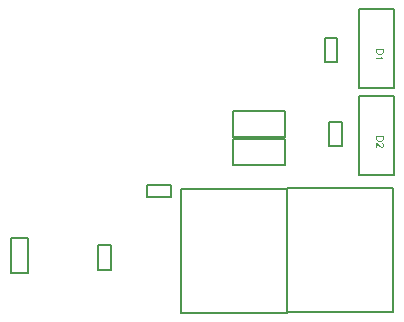
<source format=gbr>
G04*
G04 #@! TF.GenerationSoftware,Altium Limited,Altium Designer,23.3.1 (30)*
G04*
G04 Layer_Color=16711935*
%FSLAX44Y44*%
%MOMM*%
G71*
G04*
G04 #@! TF.SameCoordinates,C21C2CC1-9CAE-44D3-A5A2-357AACA34620*
G04*
G04*
G04 #@! TF.FilePolarity,Positive*
G04*
G01*
G75*
%ADD11C,0.2000*%
G36*
X1311958Y826851D02*
X1311949Y826684D01*
X1311939Y826499D01*
X1311921Y826314D01*
X1311893Y826130D01*
X1311865Y825972D01*
Y825963D01*
X1311856Y825945D01*
Y825917D01*
X1311838Y825880D01*
X1311810Y825778D01*
X1311764Y825649D01*
X1311699Y825501D01*
X1311616Y825344D01*
X1311523Y825186D01*
X1311403Y825039D01*
X1311394Y825029D01*
X1311385Y825020D01*
X1311357Y824992D01*
X1311329Y824955D01*
X1311237Y824863D01*
X1311107Y824752D01*
X1310950Y824632D01*
X1310765Y824502D01*
X1310553Y824382D01*
X1310312Y824280D01*
X1310303D01*
X1310284Y824271D01*
X1310247Y824253D01*
X1310192Y824243D01*
X1310127Y824216D01*
X1310053Y824197D01*
X1309970Y824179D01*
X1309868Y824151D01*
X1309767Y824123D01*
X1309646Y824105D01*
X1309388Y824059D01*
X1309101Y824031D01*
X1308787Y824022D01*
X1308777D01*
X1308759D01*
X1308713D01*
X1308666D01*
X1308602Y824031D01*
X1308528D01*
X1308352Y824040D01*
X1308149Y824068D01*
X1307936Y824096D01*
X1307714Y824142D01*
X1307492Y824197D01*
X1307483D01*
X1307464Y824206D01*
X1307437Y824216D01*
X1307400Y824225D01*
X1307298Y824262D01*
X1307169Y824317D01*
X1307021Y824373D01*
X1306873Y824447D01*
X1306716Y824539D01*
X1306568Y824632D01*
X1306549Y824641D01*
X1306503Y824678D01*
X1306438Y824734D01*
X1306355Y824808D01*
X1306263Y824891D01*
X1306170Y824992D01*
X1306068Y825094D01*
X1305985Y825214D01*
X1305976Y825233D01*
X1305948Y825270D01*
X1305911Y825334D01*
X1305865Y825427D01*
X1305809Y825538D01*
X1305763Y825667D01*
X1305708Y825815D01*
X1305662Y825982D01*
Y826000D01*
X1305652Y826028D01*
X1305643Y826056D01*
X1305634Y826148D01*
X1305615Y826277D01*
X1305597Y826425D01*
X1305578Y826601D01*
X1305569Y826795D01*
X1305560Y827008D01*
Y829310D01*
X1311958D01*
Y826851D01*
D02*
G37*
G36*
X1310377Y822570D02*
X1310395Y822551D01*
X1310405Y822515D01*
X1310432Y822468D01*
X1310460Y822413D01*
X1310497Y822348D01*
X1310589Y822191D01*
X1310691Y822006D01*
X1310821Y821821D01*
X1310968Y821627D01*
X1311126Y821433D01*
X1311135Y821424D01*
X1311144Y821414D01*
X1311172Y821387D01*
X1311200Y821350D01*
X1311292Y821266D01*
X1311403Y821155D01*
X1311532Y821044D01*
X1311680Y820924D01*
X1311828Y820823D01*
X1311986Y820730D01*
Y820222D01*
X1305560D01*
Y821008D01*
X1310562D01*
X1310553Y821017D01*
X1310515Y821063D01*
X1310460Y821118D01*
X1310395Y821211D01*
X1310312Y821313D01*
X1310220Y821442D01*
X1310118Y821590D01*
X1310016Y821756D01*
Y821766D01*
X1310007Y821775D01*
X1309970Y821830D01*
X1309924Y821923D01*
X1309868Y822034D01*
X1309804Y822163D01*
X1309739Y822302D01*
X1309674Y822441D01*
X1309619Y822579D01*
X1310377D01*
Y822570D01*
D02*
G37*
G36*
X1311958Y753191D02*
X1311949Y753024D01*
X1311939Y752839D01*
X1311921Y752654D01*
X1311893Y752470D01*
X1311865Y752312D01*
Y752303D01*
X1311856Y752285D01*
Y752257D01*
X1311838Y752220D01*
X1311810Y752118D01*
X1311764Y751989D01*
X1311699Y751841D01*
X1311616Y751684D01*
X1311523Y751526D01*
X1311403Y751379D01*
X1311394Y751369D01*
X1311385Y751360D01*
X1311357Y751332D01*
X1311329Y751295D01*
X1311237Y751203D01*
X1311107Y751092D01*
X1310950Y750972D01*
X1310765Y750842D01*
X1310553Y750722D01*
X1310312Y750620D01*
X1310303D01*
X1310284Y750611D01*
X1310247Y750593D01*
X1310192Y750583D01*
X1310127Y750556D01*
X1310053Y750537D01*
X1309970Y750519D01*
X1309868Y750491D01*
X1309767Y750463D01*
X1309646Y750445D01*
X1309388Y750399D01*
X1309101Y750371D01*
X1308787Y750362D01*
X1308777D01*
X1308759D01*
X1308713D01*
X1308666D01*
X1308602Y750371D01*
X1308528D01*
X1308352Y750380D01*
X1308149Y750408D01*
X1307936Y750436D01*
X1307714Y750482D01*
X1307492Y750537D01*
X1307483D01*
X1307464Y750546D01*
X1307437Y750556D01*
X1307400Y750565D01*
X1307298Y750602D01*
X1307169Y750658D01*
X1307021Y750713D01*
X1306873Y750787D01*
X1306716Y750879D01*
X1306568Y750972D01*
X1306549Y750981D01*
X1306503Y751018D01*
X1306438Y751074D01*
X1306355Y751148D01*
X1306263Y751231D01*
X1306170Y751332D01*
X1306068Y751434D01*
X1305985Y751554D01*
X1305976Y751573D01*
X1305948Y751610D01*
X1305911Y751674D01*
X1305865Y751767D01*
X1305809Y751878D01*
X1305763Y752007D01*
X1305708Y752155D01*
X1305662Y752322D01*
Y752340D01*
X1305652Y752368D01*
X1305643Y752396D01*
X1305634Y752488D01*
X1305615Y752617D01*
X1305597Y752765D01*
X1305578Y752941D01*
X1305569Y753135D01*
X1305560Y753348D01*
Y755650D01*
X1311958D01*
Y753191D01*
D02*
G37*
G36*
X1305735Y749622D02*
X1305819Y749613D01*
X1305911Y749594D01*
X1306004Y749576D01*
X1306105Y749539D01*
X1306115D01*
X1306124Y749529D01*
X1306179Y749511D01*
X1306263Y749474D01*
X1306373Y749418D01*
X1306503Y749345D01*
X1306651Y749252D01*
X1306799Y749150D01*
X1306956Y749021D01*
X1306965D01*
X1306974Y749003D01*
X1307030Y748956D01*
X1307113Y748873D01*
X1307233Y748753D01*
X1307372Y748614D01*
X1307538Y748438D01*
X1307723Y748226D01*
X1307917Y747995D01*
X1307927Y747986D01*
X1307955Y747949D01*
X1308001Y747893D01*
X1308056Y747828D01*
X1308130Y747745D01*
X1308213Y747643D01*
X1308306Y747542D01*
X1308407Y747421D01*
X1308629Y747190D01*
X1308851Y746959D01*
X1308962Y746848D01*
X1309073Y746747D01*
X1309175Y746654D01*
X1309277Y746580D01*
X1309286D01*
X1309295Y746562D01*
X1309323Y746543D01*
X1309360Y746525D01*
X1309462Y746460D01*
X1309582Y746386D01*
X1309730Y746321D01*
X1309887Y746256D01*
X1310063Y746220D01*
X1310229Y746201D01*
X1310238D01*
X1310247D01*
X1310303Y746210D01*
X1310395Y746220D01*
X1310497Y746247D01*
X1310627Y746284D01*
X1310756Y746349D01*
X1310885Y746432D01*
X1311015Y746543D01*
X1311033Y746562D01*
X1311070Y746608D01*
X1311116Y746673D01*
X1311181Y746774D01*
X1311237Y746904D01*
X1311292Y747052D01*
X1311329Y747227D01*
X1311338Y747421D01*
Y747477D01*
X1311329Y747514D01*
X1311320Y747625D01*
X1311292Y747754D01*
X1311255Y747893D01*
X1311190Y748050D01*
X1311107Y748198D01*
X1310996Y748337D01*
X1310978Y748355D01*
X1310932Y748392D01*
X1310858Y748448D01*
X1310747Y748503D01*
X1310617Y748568D01*
X1310451Y748623D01*
X1310266Y748660D01*
X1310053Y748679D01*
X1310136Y749483D01*
X1310146D01*
X1310173Y749474D01*
X1310220D01*
X1310284Y749465D01*
X1310358Y749446D01*
X1310441Y749428D01*
X1310543Y749400D01*
X1310645Y749372D01*
X1310867Y749298D01*
X1311089Y749187D01*
X1311200Y749123D01*
X1311311Y749040D01*
X1311412Y748956D01*
X1311505Y748864D01*
X1311514Y748855D01*
X1311523Y748836D01*
X1311551Y748808D01*
X1311579Y748762D01*
X1311616Y748707D01*
X1311653Y748642D01*
X1311699Y748568D01*
X1311745Y748475D01*
X1311791Y748374D01*
X1311838Y748263D01*
X1311875Y748143D01*
X1311912Y748013D01*
X1311939Y747875D01*
X1311967Y747727D01*
X1311976Y747569D01*
X1311986Y747403D01*
Y747310D01*
X1311976Y747246D01*
X1311967Y747172D01*
X1311958Y747079D01*
X1311939Y746978D01*
X1311921Y746876D01*
X1311856Y746636D01*
X1311764Y746395D01*
X1311708Y746275D01*
X1311644Y746155D01*
X1311560Y746044D01*
X1311468Y745942D01*
X1311459Y745933D01*
X1311449Y745915D01*
X1311412Y745896D01*
X1311375Y745859D01*
X1311329Y745813D01*
X1311264Y745767D01*
X1311200Y745720D01*
X1311116Y745665D01*
X1310941Y745572D01*
X1310719Y745480D01*
X1310608Y745443D01*
X1310479Y745424D01*
X1310349Y745406D01*
X1310210Y745397D01*
X1310192D01*
X1310146D01*
X1310072Y745406D01*
X1309970Y745415D01*
X1309859Y745434D01*
X1309730Y745471D01*
X1309591Y745508D01*
X1309452Y745563D01*
X1309434Y745572D01*
X1309388Y745591D01*
X1309314Y745628D01*
X1309212Y745683D01*
X1309101Y745757D01*
X1308962Y745850D01*
X1308824Y745961D01*
X1308666Y746090D01*
X1308648Y746109D01*
X1308592Y746155D01*
X1308546Y746201D01*
X1308500Y746247D01*
X1308445Y746303D01*
X1308371Y746377D01*
X1308297Y746451D01*
X1308213Y746543D01*
X1308121Y746636D01*
X1308019Y746747D01*
X1307917Y746867D01*
X1307797Y746996D01*
X1307677Y747144D01*
X1307548Y747292D01*
X1307538Y747301D01*
X1307520Y747320D01*
X1307492Y747357D01*
X1307455Y747403D01*
X1307400Y747458D01*
X1307344Y747523D01*
X1307224Y747671D01*
X1307085Y747828D01*
X1306947Y747976D01*
X1306826Y748106D01*
X1306780Y748161D01*
X1306734Y748207D01*
X1306725Y748217D01*
X1306697Y748244D01*
X1306660Y748281D01*
X1306605Y748328D01*
X1306540Y748374D01*
X1306475Y748429D01*
X1306318Y748540D01*
Y745387D01*
X1305560D01*
Y749631D01*
X1305569D01*
X1305606D01*
X1305662D01*
X1305735Y749622D01*
D02*
G37*
%LPC*%
G36*
X1311200Y828459D02*
X1306318D01*
Y826943D01*
X1306327Y826879D01*
X1306337Y826740D01*
X1306346Y826583D01*
X1306364Y826416D01*
X1306392Y826250D01*
X1306429Y826111D01*
X1306438Y826093D01*
X1306447Y826046D01*
X1306475Y825982D01*
X1306512Y825898D01*
X1306568Y825806D01*
X1306623Y825714D01*
X1306688Y825621D01*
X1306762Y825529D01*
X1306780Y825519D01*
X1306817Y825482D01*
X1306882Y825427D01*
X1306974Y825362D01*
X1307095Y825288D01*
X1307233Y825205D01*
X1307390Y825131D01*
X1307566Y825066D01*
X1307575D01*
X1307594Y825057D01*
X1307622Y825048D01*
X1307659Y825039D01*
X1307705Y825029D01*
X1307770Y825011D01*
X1307834Y824992D01*
X1307908Y824974D01*
X1308093Y824946D01*
X1308306Y824918D01*
X1308546Y824900D01*
X1308805Y824891D01*
X1308814D01*
X1308851D01*
X1308898D01*
X1308972Y824900D01*
X1309055D01*
X1309147Y824909D01*
X1309258Y824918D01*
X1309369Y824928D01*
X1309619Y824974D01*
X1309878Y825029D01*
X1310118Y825113D01*
X1310238Y825168D01*
X1310340Y825223D01*
X1310349D01*
X1310368Y825242D01*
X1310395Y825260D01*
X1310432Y825279D01*
X1310525Y825353D01*
X1310636Y825445D01*
X1310756Y825566D01*
X1310876Y825704D01*
X1310978Y825862D01*
X1311061Y826028D01*
X1311070Y826046D01*
X1311080Y826093D01*
X1311107Y826176D01*
X1311135Y826296D01*
X1311154Y826444D01*
X1311181Y826629D01*
X1311190Y826740D01*
Y826860D01*
X1311200Y826980D01*
Y828459D01*
D02*
G37*
G36*
Y754799D02*
X1306318D01*
Y753283D01*
X1306327Y753219D01*
X1306337Y753080D01*
X1306346Y752923D01*
X1306364Y752756D01*
X1306392Y752590D01*
X1306429Y752451D01*
X1306438Y752433D01*
X1306447Y752386D01*
X1306475Y752322D01*
X1306512Y752238D01*
X1306568Y752146D01*
X1306623Y752054D01*
X1306688Y751961D01*
X1306762Y751869D01*
X1306780Y751859D01*
X1306817Y751822D01*
X1306882Y751767D01*
X1306974Y751702D01*
X1307095Y751628D01*
X1307233Y751545D01*
X1307390Y751471D01*
X1307566Y751406D01*
X1307575D01*
X1307594Y751397D01*
X1307622Y751388D01*
X1307659Y751379D01*
X1307705Y751369D01*
X1307770Y751351D01*
X1307834Y751332D01*
X1307908Y751314D01*
X1308093Y751286D01*
X1308306Y751258D01*
X1308546Y751240D01*
X1308805Y751231D01*
X1308814D01*
X1308851D01*
X1308898D01*
X1308972Y751240D01*
X1309055D01*
X1309147Y751249D01*
X1309258Y751258D01*
X1309369Y751268D01*
X1309619Y751314D01*
X1309878Y751369D01*
X1310118Y751453D01*
X1310238Y751508D01*
X1310340Y751563D01*
X1310349D01*
X1310368Y751582D01*
X1310395Y751600D01*
X1310432Y751619D01*
X1310525Y751693D01*
X1310636Y751785D01*
X1310756Y751906D01*
X1310876Y752044D01*
X1310978Y752202D01*
X1311061Y752368D01*
X1311070Y752386D01*
X1311080Y752433D01*
X1311107Y752516D01*
X1311135Y752636D01*
X1311154Y752784D01*
X1311181Y752969D01*
X1311190Y753080D01*
Y753200D01*
X1311200Y753320D01*
Y754799D01*
D02*
G37*
%LPD*%
D11*
X1230080Y606630D02*
Y711630D01*
X1320080D01*
Y606630D02*
Y711630D01*
X1230080Y606630D02*
X1320080D01*
X1139910Y605360D02*
Y710360D01*
X1229910D01*
Y605360D02*
Y710360D01*
X1139910Y605360D02*
X1229910D01*
X1010361Y639489D02*
Y668611D01*
X996239Y639489D02*
X1010361D01*
X996239D02*
Y668611D01*
X1010361D01*
X1081052Y642003D02*
Y662728D01*
X1070328Y642003D02*
X1081052D01*
X1070328D02*
Y662728D01*
X1081052D01*
X1111342Y703298D02*
Y714022D01*
Y703298D02*
X1132067D01*
Y714022D01*
X1111342D02*
X1132067D01*
X1184459Y730639D02*
Y752721D01*
Y730639D02*
X1228541D01*
Y752721D01*
X1184459D02*
X1228541D01*
X1184459Y754769D02*
Y776851D01*
Y754769D02*
X1228541D01*
Y776851D01*
X1184459D02*
X1228541D01*
X1320510Y795810D02*
Y862810D01*
X1290610Y795810D02*
X1320510D01*
X1290610D02*
Y862810D01*
X1320510D01*
X1272822Y817678D02*
Y838402D01*
X1262098Y817678D02*
X1272822D01*
X1262098D02*
Y838402D01*
X1272822D01*
X1320510Y722150D02*
Y789150D01*
X1290610Y722150D02*
X1320510D01*
X1290610D02*
Y789150D01*
X1320510D01*
X1276632Y746558D02*
Y767282D01*
X1265908Y746558D02*
X1276632D01*
X1265908D02*
Y767282D01*
X1276632D01*
M02*

</source>
